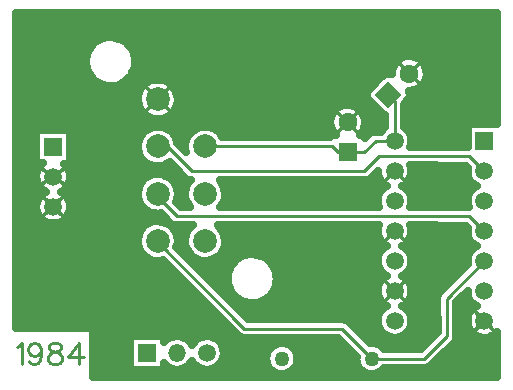
<source format=gbr>
G04 DipTrace 2.3.0.1*
%INTopCopper.gbr*%
%MOIN*%
%ADD13C,0.01*%
%ADD14C,0.025*%
%ADD15C,0.013*%
%ADD16C,0.063*%
%ADD17R,0.063X0.063*%
%ADD18R,0.0591X0.0591*%
%ADD19O,0.0594X0.0591*%
%ADD20C,0.0591*%
%ADD21O,0.0591X0.0594*%
%ADD22C,0.05*%
%ADD23C,0.05*%
%ADD24C,0.0791*%
%ADD25C,0.18*%
%ADD54C,0.0108*%
%FSLAX44Y44*%
G04*
G70*
G90*
G75*
G01*
%LNTop*%
%LPD*%
X13008Y8250D2*
D13*
Y9578D1*
X12793Y9793D1*
X13008Y8250D2*
X12375D1*
X12001Y7876D1*
X11439D1*
X11126D1*
X10933Y8069D1*
X6689D1*
X5111Y6491D2*
Y6389D1*
X5750Y5750D1*
X15500D1*
X16000Y5250D1*
X5111Y8069D2*
X5431D1*
X6249Y7251D1*
X12001D1*
X12500Y7750D1*
X15500D1*
X16000Y7250D1*
X5111Y4920D2*
Y4889D1*
X8000Y2000D1*
X11250D1*
X12250Y1000D1*
X14000D1*
X14750Y1750D1*
Y3000D1*
X16000Y4250D1*
D25*
X1370Y11020D3*
X10430D3*
Y3540D3*
X1370D3*
X410Y12266D2*
D14*
X16401D1*
X410Y12018D2*
X16401D1*
X410Y11769D2*
X16401D1*
X410Y11520D2*
X2987D1*
X4092D2*
X16401D1*
X410Y11272D2*
X2792D1*
X4291D2*
X16401D1*
X410Y11023D2*
X2710D1*
X4369D2*
X13225D1*
X13775D2*
X16401D1*
X410Y10774D2*
X2710D1*
X4369D2*
X12964D1*
X14037D2*
X16401D1*
X410Y10525D2*
X2792D1*
X4287D2*
X12897D1*
X14103D2*
X16401D1*
X410Y10277D2*
X2991D1*
X4088D2*
X4909D1*
X5310D2*
X12432D1*
X14060D2*
X16401D1*
X410Y10028D2*
X4549D1*
X5670D2*
X12182D1*
X13861D2*
X16401D1*
X410Y9779D2*
X4440D1*
X5783D2*
X12057D1*
X13529D2*
X16401D1*
X410Y9531D2*
X4436D1*
X5787D2*
X12210D1*
X13377D2*
X16401D1*
X410Y9282D2*
X4530D1*
X5689D2*
X10999D1*
X11877D2*
X12460D1*
X13349D2*
X16401D1*
X410Y9033D2*
X4827D1*
X5396D2*
X10854D1*
X12021D2*
X12667D1*
X13349D2*
X16401D1*
X410Y8785D2*
X10842D1*
X12037D2*
X12667D1*
X13349D2*
X15417D1*
X410Y8536D2*
X1042D1*
X2209D2*
X4620D1*
X5603D2*
X6198D1*
X7181D2*
X10944D1*
X11935D2*
X12217D1*
X13514D2*
X15417D1*
X410Y8287D2*
X1042D1*
X2209D2*
X4464D1*
X5760D2*
X6042D1*
X13592D2*
X15417D1*
X410Y8039D2*
X1042D1*
X2209D2*
X4424D1*
X410Y7790D2*
X1042D1*
X2209D2*
X4487D1*
X410Y7541D2*
X1042D1*
X2209D2*
X4690D1*
X410Y7293D2*
X1089D1*
X2162D2*
X5737D1*
X13592D2*
X15417D1*
X410Y7044D2*
X1042D1*
X2209D2*
X4725D1*
X5498D2*
X5987D1*
X12264D2*
X12464D1*
X13553D2*
X15456D1*
X410Y6795D2*
X1108D1*
X2142D2*
X4499D1*
X5721D2*
X6077D1*
X7299D2*
X12655D1*
X13361D2*
X15647D1*
X410Y6546D2*
X1315D1*
X1935D2*
X4428D1*
X5795D2*
X6006D1*
X7373D2*
X12506D1*
X13510D2*
X15499D1*
X410Y6298D2*
X1092D1*
X2158D2*
X4456D1*
X5767D2*
X6034D1*
X7346D2*
X12424D1*
X13592D2*
X15417D1*
X410Y6049D2*
X1042D1*
X2209D2*
X4596D1*
X410Y5800D2*
X1104D1*
X2146D2*
X5229D1*
X410Y5552D2*
X1374D1*
X1877D2*
X4893D1*
X5326D2*
X5475D1*
X410Y5303D2*
X4549D1*
X5674D2*
X6128D1*
X7252D2*
X12424D1*
X13592D2*
X15417D1*
X410Y5054D2*
X4440D1*
X5783D2*
X6018D1*
X7361D2*
X12460D1*
X13556D2*
X15452D1*
X410Y4806D2*
X4436D1*
X5787D2*
X6014D1*
X7365D2*
X12643D1*
X13373D2*
X15635D1*
X410Y4557D2*
X4534D1*
X5912D2*
X6112D1*
X7267D2*
X12514D1*
X13502D2*
X15506D1*
X410Y4308D2*
X4835D1*
X6162D2*
X6413D1*
X6963D2*
X7745D1*
X8779D2*
X12424D1*
X13592D2*
X15417D1*
X410Y4060D2*
X5471D1*
X6412D2*
X7526D1*
X8994D2*
X12456D1*
X13560D2*
X15339D1*
X410Y3811D2*
X5717D1*
X6658D2*
X7436D1*
X9084D2*
X12635D1*
X13381D2*
X15092D1*
X410Y3562D2*
X5967D1*
X6908D2*
X7428D1*
X9092D2*
X12518D1*
X13498D2*
X14842D1*
X410Y3314D2*
X6217D1*
X7158D2*
X7499D1*
X9021D2*
X12424D1*
X13588D2*
X14592D1*
X410Y3065D2*
X6464D1*
X7404D2*
X7678D1*
X8842D2*
X12456D1*
X13560D2*
X14417D1*
X15287D2*
X15450D1*
X410Y2816D2*
X6714D1*
X7654D2*
X12628D1*
X13389D2*
X14409D1*
X15092D2*
X15620D1*
X410Y2567D2*
X6964D1*
X7904D2*
X12522D1*
X13494D2*
X14409D1*
X15092D2*
X15514D1*
X410Y2319D2*
X7210D1*
X8150D2*
X12428D1*
X13588D2*
X14409D1*
X15092D2*
X15421D1*
X410Y2070D2*
X7460D1*
X11650D2*
X12452D1*
X13564D2*
X14409D1*
X15092D2*
X15444D1*
X2982Y1821D2*
X7710D1*
X11900D2*
X12624D1*
X13392D2*
X14350D1*
X15092D2*
X15616D1*
X2982Y1573D2*
X4167D1*
X6185D2*
X6321D1*
X7181D2*
X11206D1*
X12146D2*
X14104D1*
X15037D2*
X16401D1*
X2982Y1324D2*
X4167D1*
X7318D2*
X8827D1*
X9674D2*
X11456D1*
X12674D2*
X13854D1*
X14795D2*
X16401D1*
X2982Y1075D2*
X4167D1*
X7326D2*
X8717D1*
X9783D2*
X11706D1*
X14545D2*
X16401D1*
X2982Y827D2*
X4167D1*
X7205D2*
X8741D1*
X9760D2*
X11741D1*
X14299D2*
X16401D1*
X2982Y578D2*
X8928D1*
X9568D2*
X11928D1*
X12568D2*
X16401D1*
X14079Y10475D2*
X14061Y10352D1*
X14016Y10235D1*
X13947Y10131D1*
X13858Y10044D1*
X13752Y9978D1*
X13635Y9936D1*
X13511Y9920D1*
X13470Y9921D1*
X13503Y9792D1*
X13474Y9672D1*
X13426Y9605D1*
X13342Y9524D1*
X13323Y9453D1*
Y8715D1*
X13434Y8613D1*
X13504Y8510D1*
X13549Y8394D1*
X13568Y8250D1*
X13554Y8126D1*
X13532Y8063D1*
X15441Y8065D1*
X15440Y8810D1*
X16428D1*
X16425Y9760D1*
Y12515D1*
X385D1*
Y2027D1*
X1470Y2030D1*
X2956D1*
Y385D1*
X16425D1*
X16423Y1883D1*
X16332Y1799D1*
X16224Y1736D1*
X16104Y1700D1*
X15980Y1690D1*
X15857Y1708D1*
X15740Y1753D1*
X15637Y1823D1*
X15552Y1914D1*
X15488Y2022D1*
X15451Y2141D1*
X15440Y2265D1*
X15457Y2388D1*
X15501Y2505D1*
X15570Y2609D1*
X15660Y2695D1*
X15748Y2750D1*
X15656Y2807D1*
X15567Y2894D1*
X15499Y2999D1*
X15456Y3116D1*
X15440Y3244D1*
X15065Y2870D1*
Y1750D1*
X15041Y1628D1*
X14973Y1527D1*
X14223Y777D1*
X14119Y708D1*
X14000Y685D1*
X12660D1*
X12541Y575D1*
X12430Y518D1*
X12309Y488D1*
X12184Y489D1*
X12063Y520D1*
X11953Y579D1*
X11861Y663D1*
X11791Y766D1*
X11748Y883D1*
X11735Y1007D1*
X11743Y1065D1*
X11119Y1686D1*
X8000Y1685D1*
X7878Y1709D1*
X7777Y1777D1*
X5272Y4279D1*
X5148Y4260D1*
X5024Y4265D1*
X4902Y4293D1*
X4788Y4343D1*
X4685Y4414D1*
X4598Y4503D1*
X4529Y4607D1*
X4480Y4722D1*
X4454Y4844D1*
X4452Y4969D1*
X4473Y5092D1*
X4517Y5209D1*
X4582Y5316D1*
X4666Y5408D1*
X4765Y5483D1*
X4878Y5538D1*
X4998Y5571D1*
X5122Y5580D1*
X5246Y5566D1*
X5366Y5529D1*
X5476Y5470D1*
X5573Y5392D1*
X5653Y5297D1*
X5715Y5188D1*
X5754Y5070D1*
X5771Y4920D1*
X5760Y4796D1*
X5735Y4709D1*
X8132Y2314D1*
X11250Y2315D1*
X11372Y2291D1*
X11473Y2223D1*
X12183Y1513D1*
X12323Y1510D1*
X12443Y1477D1*
X12552Y1417D1*
X12654Y1316D1*
X13871Y1315D1*
X14437Y1883D1*
X14435Y3000D1*
X14459Y3122D1*
X14527Y3223D1*
X15447Y4143D1*
X15440Y4240D1*
X15451Y4364D1*
X15490Y4483D1*
X15554Y4590D1*
X15641Y4680D1*
X15748Y4750D1*
X15656Y4807D1*
X15567Y4894D1*
X15499Y4999D1*
X15456Y5116D1*
X15440Y5240D1*
X15450Y5352D1*
X15371Y5433D1*
X13535Y5435D1*
X13560Y5345D1*
X13568Y5225D1*
X13548Y5102D1*
X13502Y4986D1*
X13431Y4883D1*
X13340Y4799D1*
X13260Y4750D1*
X13343Y4699D1*
X13434Y4613D1*
X13504Y4510D1*
X13549Y4394D1*
X13568Y4250D1*
X13554Y4126D1*
X13513Y4008D1*
X13447Y3902D1*
X13359Y3814D1*
X13258Y3749D1*
X13343Y3699D1*
X13434Y3613D1*
X13504Y3510D1*
X13549Y3394D1*
X13568Y3270D1*
X13559Y3151D1*
X13524Y3031D1*
X13462Y2922D1*
X13379Y2830D1*
X13276Y2758D1*
X13260Y2750D1*
X13343Y2699D1*
X13434Y2613D1*
X13504Y2510D1*
X13549Y2394D1*
X13568Y2250D1*
X13554Y2126D1*
X13513Y2008D1*
X13447Y1902D1*
X13359Y1814D1*
X13254Y1747D1*
X13137Y1705D1*
X13013Y1690D1*
X12889Y1703D1*
X12771Y1742D1*
X12664Y1807D1*
X12575Y1894D1*
X12507Y1999D1*
X12464Y2116D1*
X12448Y2240D1*
X12459Y2364D1*
X12498Y2483D1*
X12562Y2590D1*
X12648Y2680D1*
X12756Y2750D1*
X12664Y2807D1*
X12575Y2894D1*
X12507Y2999D1*
X12464Y3116D1*
X12448Y3240D1*
X12459Y3364D1*
X12498Y3483D1*
X12562Y3590D1*
X12648Y3680D1*
X12756Y3750D1*
X12664Y3807D1*
X12575Y3894D1*
X12507Y3999D1*
X12464Y4116D1*
X12448Y4240D1*
X12459Y4364D1*
X12498Y4483D1*
X12562Y4590D1*
X12648Y4680D1*
X12756Y4750D1*
X12664Y4807D1*
X12575Y4894D1*
X12507Y4999D1*
X12464Y5116D1*
X12448Y5240D1*
X12459Y5364D1*
X12479Y5435D1*
X7105D1*
X7232Y5297D1*
X7293Y5188D1*
X7333Y5070D1*
X7350Y4920D1*
X7338Y4796D1*
X7303Y4676D1*
X7247Y4565D1*
X7170Y4466D1*
X7076Y4384D1*
X6968Y4321D1*
X6851Y4279D1*
X6727Y4260D1*
X6603Y4265D1*
X6481Y4293D1*
X6367Y4343D1*
X6264Y4414D1*
X6177Y4503D1*
X6107Y4607D1*
X6059Y4722D1*
X6033Y4844D1*
X6031Y4969D1*
X6052Y5092D1*
X6096Y5209D1*
X6161Y5316D1*
X6279Y5434D1*
X5750Y5435D1*
X5628Y5459D1*
X5527Y5527D1*
X5215Y5839D1*
X5148Y5831D1*
X5024Y5836D1*
X4902Y5864D1*
X4788Y5914D1*
X4685Y5985D1*
X4598Y6074D1*
X4529Y6178D1*
X4480Y6293D1*
X4454Y6415D1*
X4452Y6540D1*
X4473Y6663D1*
X4517Y6780D1*
X4582Y6886D1*
X4666Y6979D1*
X4765Y7054D1*
X4878Y7109D1*
X4998Y7142D1*
X5122Y7151D1*
X5246Y7137D1*
X5366Y7100D1*
X5476Y7041D1*
X5573Y6963D1*
X5653Y6868D1*
X5715Y6759D1*
X5754Y6640D1*
X5771Y6491D1*
X5760Y6366D1*
X5716Y6229D1*
X5883Y6062D1*
X6184Y6065D1*
X6107Y6178D1*
X6059Y6293D1*
X6033Y6415D1*
X6031Y6540D1*
X6052Y6663D1*
X6096Y6780D1*
X6161Y6886D1*
X6210Y6941D1*
X6127Y6960D1*
X6026Y7028D1*
X5510Y7545D1*
X5390Y7470D1*
X5272Y7429D1*
X5148Y7410D1*
X5024Y7414D1*
X4902Y7443D1*
X4788Y7493D1*
X4685Y7564D1*
X4598Y7653D1*
X4529Y7757D1*
X4480Y7872D1*
X4454Y7994D1*
X4452Y8119D1*
X4473Y8242D1*
X4517Y8359D1*
X4582Y8465D1*
X4666Y8558D1*
X4765Y8633D1*
X4878Y8688D1*
X4998Y8720D1*
X5122Y8730D1*
X5246Y8716D1*
X5366Y8679D1*
X5476Y8620D1*
X5573Y8542D1*
X5653Y8446D1*
X5715Y8338D1*
X5759Y8184D1*
X6054Y7892D1*
X6033Y7994D1*
X6031Y8119D1*
X6052Y8242D1*
X6096Y8359D1*
X6161Y8465D1*
X6244Y8558D1*
X6344Y8633D1*
X6456Y8688D1*
X6577Y8720D1*
X6701Y8730D1*
X6825Y8716D1*
X6944Y8679D1*
X7054Y8620D1*
X7152Y8542D1*
X7232Y8446D1*
X7268Y8382D1*
X8314Y8384D1*
X10862D1*
X10859Y8456D1*
X11042D1*
X10974Y8529D1*
X10911Y8636D1*
X10872Y8755D1*
X10859Y8879D1*
X10873Y9003D1*
X10913Y9121D1*
X10978Y9228D1*
X11064Y9318D1*
X11167Y9388D1*
X11283Y9434D1*
X11406Y9455D1*
X11530Y9449D1*
X11651Y9416D1*
X11761Y9358D1*
X11857Y9278D1*
X11933Y9179D1*
X11987Y9066D1*
X12015Y8945D1*
X12017Y8826D1*
X11992Y8703D1*
X11943Y8589D1*
X11870Y8488D1*
X11839Y8456D1*
X12019D1*
Y8335D1*
X12153Y8473D1*
X12256Y8542D1*
X12375Y8565D1*
X12543D1*
X12648Y8680D1*
X12691Y8708D1*
X12693Y9105D1*
X12605Y9160D1*
X12160Y9605D1*
X12095Y9711D1*
X12086Y9835D1*
X12136Y9951D1*
X12514Y10334D1*
X12605Y10426D1*
X12711Y10490D1*
X12838Y10499D1*
X12793Y10503D1*
X12916Y10473D1*
X12925Y10578D1*
X12955Y10699D1*
X13010Y10811D1*
X13088Y10908D1*
X13185Y10987D1*
X13296Y11043D1*
X13417Y11074D1*
X13542Y11078D1*
X13665Y11056D1*
X13780Y11008D1*
X13882Y10936D1*
X13966Y10845D1*
X14029Y10737D1*
X14068Y10618D1*
X14080Y10500D1*
X14079Y10475D1*
X4315Y1748D2*
X5311D1*
Y1541D1*
X5389Y1617D1*
X5493Y1686D1*
X5610Y1730D1*
X5737Y1748D1*
X5862Y1737D1*
X5980Y1699D1*
X6088Y1636D1*
X6179Y1551D1*
X6250Y1444D1*
X6305Y1527D1*
X6391Y1617D1*
X6495Y1686D1*
X6612Y1730D1*
X6735Y1748D1*
X6860Y1737D1*
X6978Y1699D1*
X7086Y1636D1*
X7177Y1551D1*
X7247Y1448D1*
X7292Y1331D1*
X7311Y1188D1*
X7297Y1064D1*
X7256Y946D1*
X7190Y840D1*
X7102Y751D1*
X6997Y684D1*
X6879Y642D1*
X6756Y627D1*
X6631Y640D1*
X6513Y680D1*
X6407Y745D1*
X6317Y832D1*
X6252Y933D1*
X6192Y840D1*
X6104Y751D1*
X5999Y684D1*
X5881Y642D1*
X5754Y627D1*
X5630Y640D1*
X5511Y680D1*
X5405Y745D1*
X5309Y842D1*
X5311Y627D1*
X4190D1*
Y1748D1*
X4315D1*
X1190Y8624D2*
X2185D1*
Y7503D1*
X1980Y7499D1*
X2067Y7409D1*
X2133Y7303D1*
X2173Y7185D1*
X2185Y7061D1*
X2172Y6937D1*
X2131Y6820D1*
X2065Y6714D1*
X1977Y6625D1*
X1879Y6562D1*
X1980Y6497D1*
X2067Y6407D1*
X2133Y6301D1*
X2173Y6183D1*
X2185Y6063D1*
X2172Y5939D1*
X2131Y5822D1*
X2065Y5716D1*
X1977Y5627D1*
X1872Y5560D1*
X1754Y5518D1*
X1630Y5503D1*
X1506Y5516D1*
X1388Y5556D1*
X1282Y5621D1*
X1192Y5708D1*
X1124Y5812D1*
X1081Y5930D1*
X1065Y6053D1*
X1077Y6177D1*
X1115Y6296D1*
X1180Y6403D1*
X1266Y6493D1*
X1370Y6562D1*
X1262Y6635D1*
X1177Y6726D1*
X1114Y6833D1*
X1076Y6952D1*
X1065Y7080D1*
X1082Y7204D1*
X1126Y7320D1*
X1195Y7424D1*
X1276Y7503D1*
X1065D1*
Y8624D1*
X1190D1*
X9750Y876D2*
X9705Y760D1*
X9634Y657D1*
X9541Y575D1*
X9430Y518D1*
X9309Y488D1*
X9184Y489D1*
X9063Y520D1*
X8953Y579D1*
X8861Y663D1*
X8791Y766D1*
X8748Y883D1*
X8735Y1007D1*
X8752Y1131D1*
X8798Y1247D1*
X8870Y1348D1*
X8965Y1429D1*
X9077Y1485D1*
X9198Y1512D1*
X9323Y1510D1*
X9443Y1477D1*
X9552Y1417D1*
X9644Y1332D1*
X9712Y1228D1*
X9753Y1110D1*
X9765Y1000D1*
X9750Y876D1*
X15746Y6753D2*
X15656Y6807D1*
X15567Y6894D1*
X15499Y6999D1*
X15456Y7116D1*
X15440Y7240D1*
X15450Y7352D1*
X15371Y7433D1*
X13535Y7435D1*
X13560Y7345D1*
X13568Y7225D1*
X13548Y7102D1*
X13502Y6986D1*
X13431Y6883D1*
X13340Y6799D1*
X13260Y6750D1*
X13343Y6699D1*
X13434Y6613D1*
X13504Y6510D1*
X13549Y6394D1*
X13568Y6250D1*
X13554Y6126D1*
X13532Y6063D1*
X15473Y6065D1*
X15456Y6116D1*
X15440Y6240D1*
X15451Y6364D1*
X15490Y6483D1*
X15554Y6590D1*
X15641Y6680D1*
X15748Y6750D1*
X12484Y6061D2*
X12464Y6116D1*
X12448Y6240D1*
X12459Y6364D1*
X12498Y6483D1*
X12562Y6590D1*
X12648Y6680D1*
X12756Y6750D1*
X12664Y6807D1*
X12575Y6894D1*
X12507Y6999D1*
X12464Y7116D1*
X12448Y7240D1*
Y7253D1*
X12224Y7028D1*
X12120Y6959D1*
X12001Y6936D1*
X7177D1*
X7232Y6868D1*
X7293Y6759D1*
X7333Y6640D1*
X7350Y6491D1*
X7338Y6366D1*
X7303Y6247D1*
X7247Y6135D1*
X7191Y6065D1*
X12480D1*
X5771Y9615D2*
X5754Y9492D1*
X5715Y9373D1*
X5654Y9264D1*
X5574Y9169D1*
X5477Y9090D1*
X5367Y9031D1*
X5248Y8994D1*
X5124Y8980D1*
X4999Y8989D1*
X4879Y9022D1*
X4766Y9076D1*
X4666Y9151D1*
X4582Y9244D1*
X4517Y9350D1*
X4473Y9467D1*
X4452Y9590D1*
X4454Y9715D1*
X4480Y9837D1*
X4528Y9952D1*
X4597Y10056D1*
X4684Y10145D1*
X4787Y10216D1*
X4901Y10267D1*
X5023Y10295D1*
X5147Y10300D1*
X5271Y10281D1*
X5388Y10240D1*
X5496Y10177D1*
X5590Y10095D1*
X5667Y9996D1*
X5724Y9885D1*
X5759Y9766D1*
X5771Y9640D1*
Y9615D1*
X9065Y3535D2*
X9036Y3414D1*
X8990Y3298D1*
X8926Y3191D1*
X8846Y3095D1*
X8753Y3012D1*
X8648Y2944D1*
X8534Y2893D1*
X8413Y2860D1*
X8289Y2846D1*
X8165Y2851D1*
X8042Y2876D1*
X7925Y2918D1*
X7815Y2978D1*
X7716Y3054D1*
X7630Y3145D1*
X7559Y3247D1*
X7504Y3359D1*
X7467Y3479D1*
X7448Y3602D1*
X7449Y3727D1*
X7469Y3850D1*
X7507Y3969D1*
X7563Y4081D1*
X7636Y4182D1*
X7723Y4272D1*
X7823Y4347D1*
X7933Y4405D1*
X8051Y4447D1*
X8174Y4470D1*
X8298Y4473D1*
X8422Y4458D1*
X8542Y4424D1*
X8656Y4372D1*
X8760Y4303D1*
X8853Y4219D1*
X8931Y4122D1*
X8994Y4014D1*
X9039Y3897D1*
X9066Y3775D1*
X9075Y3660D1*
X9065Y3535D1*
X4345Y10776D2*
X4316Y10654D1*
X4269Y10538D1*
X4205Y10431D1*
X4126Y10335D1*
X4032Y10252D1*
X3927Y10184D1*
X3813Y10133D1*
X3693Y10100D1*
X3569Y10086D1*
X3444Y10092D1*
X3322Y10116D1*
X3204Y10158D1*
X3095Y10218D1*
X2996Y10294D1*
X2909Y10385D1*
X2838Y10487D1*
X2783Y10599D1*
X2746Y10719D1*
X2728Y10842D1*
Y10967D1*
X2748Y11090D1*
X2787Y11209D1*
X2843Y11321D1*
X2915Y11422D1*
X3002Y11512D1*
X3102Y11587D1*
X3213Y11646D1*
X3330Y11687D1*
X3453Y11710D1*
X3578Y11713D1*
X3702Y11698D1*
X3822Y11664D1*
X3935Y11612D1*
X4040Y11543D1*
X4132Y11459D1*
X4211Y11362D1*
X4273Y11254D1*
X4319Y11137D1*
X4346Y11016D1*
X4354Y10900D1*
X4345Y10776D1*
X13090Y10910D2*
D15*
X13910Y10090D1*
Y10910D2*
X13500Y10500D1*
X11029Y9286D2*
X11848Y8466D1*
Y9286D2*
X11029Y8466D1*
X1168Y7388D2*
X2082Y6738D1*
Y7388D2*
X1168Y6738D1*
X1229Y6459D2*
X2021Y5668D1*
Y6459D2*
X1229Y5668D1*
X15604Y2646D2*
X16396Y1854D1*
X16000Y2250D2*
X15604Y1854D1*
X12612Y3646D2*
X13404Y2854D1*
Y3646D2*
X12612Y2854D1*
X13008Y5250D2*
X13404Y4854D1*
X13008Y5250D2*
X12612Y4854D1*
X13008Y7250D2*
X13404Y6854D1*
X13008Y7250D2*
X12612Y6854D1*
X4644Y10107D2*
X5578Y9173D1*
Y10107D2*
X4644Y9173D1*
D16*
X13500Y10500D3*
G36*
X12347Y9793D2*
X12793Y10238D1*
X13238Y9793D1*
X12793Y9347D1*
X12347Y9793D1*
G37*
D17*
X11439Y7876D3*
D16*
Y8876D3*
D18*
X4750Y1188D3*
D19*
X5750D3*
D20*
X6750D3*
D18*
X1625Y8063D3*
D21*
Y7063D3*
D20*
Y6063D3*
D22*
X9250Y1000D3*
D23*
X12250D3*
D18*
X16000Y8250D3*
D20*
Y7250D3*
Y6250D3*
Y5250D3*
Y4250D3*
Y3250D3*
Y2250D3*
X13008D3*
Y3250D3*
Y4250D3*
Y5250D3*
Y6250D3*
Y7250D3*
Y8250D3*
D24*
X6689Y4920D3*
Y6491D3*
Y8069D3*
X5111Y4920D3*
Y6491D3*
Y8069D3*
Y9640D3*
X414Y1393D2*
D54*
X482Y1427D1*
X582Y1527D1*
Y824D1*
X1234Y1293D2*
X1200Y1192D1*
X1133Y1125D1*
X1033Y1092D1*
X1000D1*
X899Y1125D1*
X832Y1192D1*
X798Y1293D1*
Y1326D1*
X832Y1427D1*
X899Y1493D1*
X1000Y1527D1*
X1033D1*
X1133Y1493D1*
X1200Y1427D1*
X1234Y1293D1*
Y1125D1*
X1200Y958D1*
X1133Y857D1*
X1033Y824D1*
X966D1*
X866Y857D1*
X832Y925D1*
X1617Y1527D2*
X1518Y1493D1*
X1483Y1427D1*
Y1359D1*
X1518Y1293D1*
X1584Y1259D1*
X1718Y1226D1*
X1819Y1192D1*
X1885Y1125D1*
X1918Y1058D1*
Y958D1*
X1885Y891D1*
X1852Y857D1*
X1751Y824D1*
X1617D1*
X1518Y857D1*
X1483Y891D1*
X1450Y958D1*
Y1058D1*
X1483Y1125D1*
X1551Y1192D1*
X1651Y1226D1*
X1784Y1259D1*
X1852Y1293D1*
X1885Y1359D1*
Y1427D1*
X1852Y1493D1*
X1751Y1527D1*
X1617D1*
X2470Y824D2*
Y1527D1*
X2134Y1058D1*
X2637D1*
M02*

</source>
